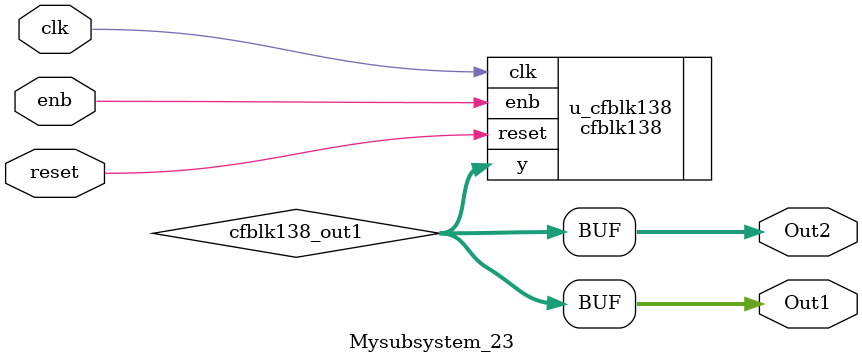
<source format=v>



`timescale 1 ns / 1 ns

module Mysubsystem_23
          (clk,
           reset,
           enb,
           Out1,
           Out2);


  input   clk;
  input   reset;
  input   enb;
  output  [7:0] Out1;  // uint8
  output  [7:0] Out2;  // uint8


  wire [7:0] cfblk138_out1;  // uint8


  cfblk138 u_cfblk138 (.clk(clk),
                       .reset(reset),
                       .enb(enb),
                       .y(cfblk138_out1)  // uint8
                       );

  assign Out1 = cfblk138_out1;

  assign Out2 = cfblk138_out1;

endmodule  // Mysubsystem_23


</source>
